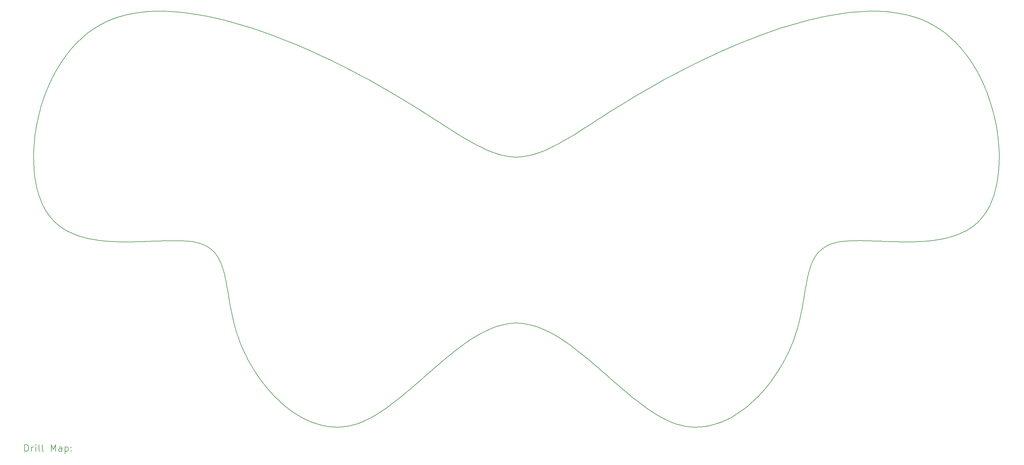
<source format=gbr>
%TF.GenerationSoftware,KiCad,Pcbnew,7.0.1-0*%
%TF.CreationDate,2023-05-23T19:42:20-04:00*%
%TF.ProjectId,plate,706c6174-652e-46b6-9963-61645f706362,rev?*%
%TF.SameCoordinates,Original*%
%TF.FileFunction,Drillmap*%
%TF.FilePolarity,Positive*%
%FSLAX45Y45*%
G04 Gerber Fmt 4.5, Leading zero omitted, Abs format (unit mm)*
G04 Created by KiCad (PCBNEW 7.0.1-0) date 2023-05-23 19:42:20*
%MOMM*%
%LPD*%
G01*
G04 APERTURE LIST*
%ADD10C,0.200000*%
G04 APERTURE END LIST*
D10*
X20998992Y-17747393D02*
X21149691Y-17754569D01*
X21300370Y-17775544D01*
X21451013Y-17809494D01*
X21601600Y-17855594D01*
X21752114Y-17913018D01*
X21902536Y-17980944D01*
X22052848Y-18058544D01*
X22203032Y-18144995D01*
X22353070Y-18239473D01*
X22502942Y-18341151D01*
X22652632Y-18449206D01*
X22802121Y-18562813D01*
X22951390Y-18681146D01*
X23100422Y-18803382D01*
X23249198Y-18928695D01*
X23397700Y-19056260D01*
X23545910Y-19185253D01*
X23693809Y-19314849D01*
X23841379Y-19444223D01*
X23988603Y-19572551D01*
X24135461Y-19699008D01*
X24281936Y-19822768D01*
X24428009Y-19943007D01*
X24573662Y-20058901D01*
X24718877Y-20169624D01*
X24863636Y-20274353D01*
X25007920Y-20372261D01*
X25151711Y-20462524D01*
X25294992Y-20544318D01*
X25437743Y-20616817D01*
X25579946Y-20679198D01*
X25721584Y-20730634D01*
X33144826Y-8847498D02*
X32950009Y-8763197D01*
X32747209Y-8692541D01*
X32536911Y-8635054D01*
X32319605Y-8590258D01*
X32095775Y-8557677D01*
X31865910Y-8536833D01*
X31630497Y-8527250D01*
X31390022Y-8528450D01*
X31144972Y-8539956D01*
X30895835Y-8561292D01*
X30643097Y-8591980D01*
X30387246Y-8631543D01*
X30128768Y-8679504D01*
X29868151Y-8735386D01*
X29605881Y-8798713D01*
X29342445Y-8869006D01*
X29078331Y-8945790D01*
X28814026Y-9028587D01*
X28550016Y-9116919D01*
X28286788Y-9210311D01*
X28024830Y-9308284D01*
X27764629Y-9410363D01*
X27506671Y-9516069D01*
X27251443Y-9624926D01*
X26999433Y-9736456D01*
X26751128Y-9850184D01*
X26507014Y-9965631D01*
X26267578Y-10082320D01*
X26033308Y-10199776D01*
X25804691Y-10317520D01*
X25582213Y-10435075D01*
X25366362Y-10551965D01*
X11579630Y-15374173D02*
X11674209Y-15401877D01*
X11761055Y-15435304D01*
X11840581Y-15474292D01*
X11913202Y-15518680D01*
X11979334Y-15568309D01*
X12039389Y-15623017D01*
X12093784Y-15682643D01*
X12142932Y-15747028D01*
X12187248Y-15816010D01*
X12227147Y-15889428D01*
X12263043Y-15967122D01*
X12295352Y-16048932D01*
X12324486Y-16134696D01*
X12350862Y-16224254D01*
X12374894Y-16317445D01*
X12396995Y-16414109D01*
X12417582Y-16514085D01*
X12437068Y-16617212D01*
X12455868Y-16723329D01*
X12474396Y-16832276D01*
X12493068Y-16943892D01*
X12512297Y-17058017D01*
X12532499Y-17174489D01*
X12554088Y-17293149D01*
X12577478Y-17413834D01*
X12603084Y-17536386D01*
X12631321Y-17660642D01*
X12662603Y-17786443D01*
X12697345Y-17913628D01*
X12735962Y-18042036D01*
X12778867Y-18171505D01*
X12826476Y-18301877D01*
X12826476Y-18301877D02*
X12879110Y-18432951D01*
X12936720Y-18564374D01*
X12999165Y-18695756D01*
X13066303Y-18826706D01*
X13137992Y-18956832D01*
X13214090Y-19085745D01*
X13294457Y-19213052D01*
X13378949Y-19338363D01*
X13467427Y-19461287D01*
X13559747Y-19581434D01*
X13655769Y-19698411D01*
X13755351Y-19811829D01*
X13858350Y-19921296D01*
X13964626Y-20026422D01*
X14074037Y-20126815D01*
X14186442Y-20222085D01*
X14301697Y-20311840D01*
X14419663Y-20395690D01*
X14540197Y-20473243D01*
X14663158Y-20544110D01*
X14788404Y-20607898D01*
X14915793Y-20664218D01*
X15045184Y-20712677D01*
X15176436Y-20752885D01*
X15309405Y-20784452D01*
X15443952Y-20806986D01*
X15579934Y-20820096D01*
X15717209Y-20823391D01*
X15855636Y-20816481D01*
X15995074Y-20798974D01*
X16135380Y-20770480D01*
X16276414Y-20730608D01*
X25721584Y-20730634D02*
X25862616Y-20770504D01*
X26002922Y-20798996D01*
X26142359Y-20816501D01*
X26280785Y-20823409D01*
X26418060Y-20820112D01*
X26554041Y-20807001D01*
X26688587Y-20784466D01*
X26821555Y-20752898D01*
X26952806Y-20712688D01*
X27082196Y-20664228D01*
X27209584Y-20607908D01*
X27334829Y-20544119D01*
X27457789Y-20473252D01*
X27578323Y-20395698D01*
X27696287Y-20311847D01*
X27811542Y-20222092D01*
X27923946Y-20126822D01*
X28033356Y-20026429D01*
X28139631Y-19921303D01*
X28242630Y-19811836D01*
X28342210Y-19698418D01*
X28438231Y-19581440D01*
X28530550Y-19461294D01*
X28619026Y-19338370D01*
X28703517Y-19213059D01*
X28783882Y-19085752D01*
X28859979Y-18956840D01*
X28931667Y-18826714D01*
X28998803Y-18695765D01*
X29061246Y-18564383D01*
X29118854Y-18432960D01*
X29171487Y-18301887D01*
X16276414Y-20730608D02*
X16418053Y-20679169D01*
X16560257Y-20616787D01*
X16703008Y-20544286D01*
X16846289Y-20462491D01*
X16990080Y-20372226D01*
X17134364Y-20274317D01*
X17279123Y-20169589D01*
X17424338Y-20058865D01*
X17569991Y-19942971D01*
X17716063Y-19822732D01*
X17862537Y-19698972D01*
X18009395Y-19572516D01*
X18156618Y-19444188D01*
X18304187Y-19314815D01*
X18452085Y-19185220D01*
X18600294Y-19056228D01*
X18748795Y-18928664D01*
X18897570Y-18803352D01*
X19046601Y-18681118D01*
X19195869Y-18562786D01*
X19345357Y-18449182D01*
X19495046Y-18341129D01*
X19644918Y-18239452D01*
X19794955Y-18144977D01*
X19945138Y-18058528D01*
X20095449Y-17980929D01*
X20245871Y-17913007D01*
X20396384Y-17855584D01*
X20546971Y-17809487D01*
X20697614Y-17775539D01*
X20848293Y-17754566D01*
X20998992Y-17747393D01*
X30418311Y-15374146D02*
X30520882Y-15352203D01*
X30631068Y-15335582D01*
X30748338Y-15323721D01*
X30872160Y-15316059D01*
X31002001Y-15312035D01*
X31137329Y-15311086D01*
X31277613Y-15312652D01*
X31422321Y-15316172D01*
X31570920Y-15321084D01*
X31722879Y-15326826D01*
X31877665Y-15332837D01*
X32034747Y-15338557D01*
X32193592Y-15343423D01*
X32353669Y-15346874D01*
X32514445Y-15348349D01*
X32675389Y-15347287D01*
X32835969Y-15343126D01*
X32995652Y-15335304D01*
X33153907Y-15323261D01*
X33310202Y-15306434D01*
X33464004Y-15284264D01*
X33614782Y-15256187D01*
X33762004Y-15221644D01*
X33905137Y-15180072D01*
X34043650Y-15130910D01*
X34177011Y-15073597D01*
X34304688Y-15007572D01*
X34426148Y-14932272D01*
X34540860Y-14847137D01*
X34648291Y-14751606D01*
X34747911Y-14645117D01*
X34839186Y-14527108D01*
X8853140Y-8847485D02*
X8666713Y-8945692D01*
X8488771Y-9057204D01*
X8319326Y-9181201D01*
X8158392Y-9316864D01*
X8005980Y-9463375D01*
X7862103Y-9619914D01*
X7726775Y-9785663D01*
X7600007Y-9959802D01*
X7481813Y-10141514D01*
X7372204Y-10329978D01*
X7271195Y-10524377D01*
X7178796Y-10723891D01*
X7095022Y-10927701D01*
X7019884Y-11134989D01*
X6953396Y-11344935D01*
X6895569Y-11556721D01*
X6846417Y-11769527D01*
X6805952Y-11982536D01*
X6774187Y-12194927D01*
X6751135Y-12405883D01*
X6736808Y-12614584D01*
X6731219Y-12820211D01*
X6734380Y-13021946D01*
X6746304Y-13218969D01*
X6767004Y-13410462D01*
X6796493Y-13595605D01*
X6834782Y-13773581D01*
X6881886Y-13943569D01*
X6937816Y-14104752D01*
X7002585Y-14256310D01*
X7076206Y-14397424D01*
X7158691Y-14527276D01*
X34839186Y-14527108D02*
X34921675Y-14397249D01*
X34995300Y-14256130D01*
X35060073Y-14104569D01*
X35116007Y-13943385D01*
X35163114Y-13773396D01*
X35201407Y-13595422D01*
X35230899Y-13410282D01*
X35251602Y-13218793D01*
X35263530Y-13021776D01*
X35266694Y-12820048D01*
X35261108Y-12614428D01*
X35246784Y-12405736D01*
X35223734Y-12194789D01*
X35191972Y-11982408D01*
X35151510Y-11769409D01*
X35102360Y-11556613D01*
X35044536Y-11344838D01*
X34978050Y-11134903D01*
X34902915Y-10927626D01*
X34819143Y-10723827D01*
X34726747Y-10524324D01*
X34625739Y-10329935D01*
X34516133Y-10141481D01*
X34397941Y-9959778D01*
X34271176Y-9785647D01*
X34135849Y-9619906D01*
X33991975Y-9463373D01*
X33839566Y-9316868D01*
X33678633Y-9181209D01*
X33509190Y-9057216D01*
X33331251Y-8945706D01*
X33144826Y-8847498D01*
X16631654Y-10551981D02*
X16415803Y-10435090D01*
X16193325Y-10317533D01*
X15964707Y-10199789D01*
X15730437Y-10082332D01*
X15491000Y-9965641D01*
X15246886Y-9850193D01*
X14998579Y-9736465D01*
X14746568Y-9624933D01*
X14491340Y-9516075D01*
X14233381Y-9410368D01*
X13973178Y-9308289D01*
X13711218Y-9210314D01*
X13447989Y-9116922D01*
X13183978Y-9028588D01*
X12919671Y-8945790D01*
X12655555Y-8869006D01*
X12392118Y-8798711D01*
X12129846Y-8735384D01*
X11869226Y-8679500D01*
X11610747Y-8631538D01*
X11354893Y-8591974D01*
X11102154Y-8561286D01*
X10853014Y-8539949D01*
X10607962Y-8528442D01*
X10367485Y-8527241D01*
X10132069Y-8536824D01*
X9902202Y-8557667D01*
X9678371Y-8590247D01*
X9461062Y-8635042D01*
X9250762Y-8692529D01*
X9047960Y-8763184D01*
X8853140Y-8847485D01*
X25366362Y-10551965D02*
X25157507Y-10667765D01*
X24955545Y-10782267D01*
X24760253Y-10895313D01*
X24571410Y-11006748D01*
X24388792Y-11116416D01*
X24212178Y-11224161D01*
X24041345Y-11329828D01*
X23876071Y-11433260D01*
X23716133Y-11534302D01*
X23561309Y-11632797D01*
X23411377Y-11728591D01*
X23266114Y-11821526D01*
X23125298Y-11911448D01*
X22988707Y-11998199D01*
X22856118Y-12081625D01*
X22727309Y-12161570D01*
X22602058Y-12237877D01*
X22480142Y-12310391D01*
X22361339Y-12378956D01*
X22245426Y-12443415D01*
X22132181Y-12503614D01*
X22021383Y-12559396D01*
X21912808Y-12610605D01*
X21806234Y-12657086D01*
X21701438Y-12698682D01*
X21598199Y-12735239D01*
X21496295Y-12766598D01*
X21395502Y-12792606D01*
X21295598Y-12813106D01*
X21196362Y-12827942D01*
X21097570Y-12836959D01*
X20999000Y-12840000D01*
X20999000Y-12840000D02*
X20900430Y-12836961D01*
X20801639Y-12827947D01*
X20702402Y-12813113D01*
X20602499Y-12792615D01*
X20501706Y-12766609D01*
X20399802Y-12735251D01*
X20296564Y-12698696D01*
X20191769Y-12657101D01*
X20085196Y-12610622D01*
X19976621Y-12559414D01*
X19865823Y-12503633D01*
X19752579Y-12443435D01*
X19636668Y-12378976D01*
X19517865Y-12310412D01*
X19395950Y-12237899D01*
X19270699Y-12161592D01*
X19141891Y-12081648D01*
X19009303Y-11998222D01*
X18872713Y-11911470D01*
X18731897Y-11821549D01*
X18586635Y-11728613D01*
X18436704Y-11632820D01*
X18281881Y-11534324D01*
X18121943Y-11433282D01*
X17956669Y-11329849D01*
X17785837Y-11224182D01*
X17609223Y-11116436D01*
X17426606Y-11006767D01*
X17237763Y-10895331D01*
X17042471Y-10782285D01*
X16840509Y-10667782D01*
X16631654Y-10551981D01*
X7158691Y-14527276D02*
X7249962Y-14645277D01*
X7349579Y-14751758D01*
X7457008Y-14847282D01*
X7571719Y-14932409D01*
X7693179Y-15007702D01*
X7820856Y-15073720D01*
X7954217Y-15131026D01*
X8092732Y-15180182D01*
X8235867Y-15221748D01*
X8383092Y-15256285D01*
X8533873Y-15284356D01*
X8687679Y-15306521D01*
X8843977Y-15323342D01*
X9002236Y-15335381D01*
X9161923Y-15343198D01*
X9322508Y-15347354D01*
X9483456Y-15348413D01*
X9644237Y-15346934D01*
X9804318Y-15343479D01*
X9963168Y-15338609D01*
X10120254Y-15332886D01*
X10275044Y-15326871D01*
X10427007Y-15321126D01*
X10575609Y-15316212D01*
X10720320Y-15312690D01*
X10860607Y-15311121D01*
X10995938Y-15312068D01*
X11125780Y-15316091D01*
X11249603Y-15323751D01*
X11366873Y-15335611D01*
X11477060Y-15352231D01*
X11579630Y-15374173D01*
X29171487Y-18301887D02*
X29219094Y-18171516D01*
X29261998Y-18042046D01*
X29300612Y-17913639D01*
X29335352Y-17786454D01*
X29366633Y-17660653D01*
X29394868Y-17536395D01*
X29420473Y-17413843D01*
X29443861Y-17293156D01*
X29465448Y-17174496D01*
X29485649Y-17058022D01*
X29504877Y-16943897D01*
X29523547Y-16832279D01*
X29542074Y-16723330D01*
X29560873Y-16617212D01*
X29580358Y-16514083D01*
X29600944Y-16414106D01*
X29623045Y-16317440D01*
X29647075Y-16224247D01*
X29673450Y-16134688D01*
X29702585Y-16048922D01*
X29734892Y-15967110D01*
X29770789Y-15889414D01*
X29810687Y-15815994D01*
X29855004Y-15747011D01*
X29904152Y-15682625D01*
X29958547Y-15622997D01*
X30018603Y-15568287D01*
X30084735Y-15518657D01*
X30157357Y-15474268D01*
X30236884Y-15435279D01*
X30323730Y-15401851D01*
X30418311Y-15374146D01*
X6469147Y-21540514D02*
X6469147Y-21340514D01*
X6469147Y-21340514D02*
X6516766Y-21340514D01*
X6516766Y-21340514D02*
X6545338Y-21350038D01*
X6545338Y-21350038D02*
X6564385Y-21369085D01*
X6564385Y-21369085D02*
X6573909Y-21388133D01*
X6573909Y-21388133D02*
X6583433Y-21426228D01*
X6583433Y-21426228D02*
X6583433Y-21454800D01*
X6583433Y-21454800D02*
X6573909Y-21492895D01*
X6573909Y-21492895D02*
X6564385Y-21511942D01*
X6564385Y-21511942D02*
X6545338Y-21530990D01*
X6545338Y-21530990D02*
X6516766Y-21540514D01*
X6516766Y-21540514D02*
X6469147Y-21540514D01*
X6669147Y-21540514D02*
X6669147Y-21407180D01*
X6669147Y-21445276D02*
X6678671Y-21426228D01*
X6678671Y-21426228D02*
X6688195Y-21416704D01*
X6688195Y-21416704D02*
X6707242Y-21407180D01*
X6707242Y-21407180D02*
X6726290Y-21407180D01*
X6792957Y-21540514D02*
X6792957Y-21407180D01*
X6792957Y-21340514D02*
X6783433Y-21350038D01*
X6783433Y-21350038D02*
X6792957Y-21359561D01*
X6792957Y-21359561D02*
X6802481Y-21350038D01*
X6802481Y-21350038D02*
X6792957Y-21340514D01*
X6792957Y-21340514D02*
X6792957Y-21359561D01*
X6916766Y-21540514D02*
X6897719Y-21530990D01*
X6897719Y-21530990D02*
X6888195Y-21511942D01*
X6888195Y-21511942D02*
X6888195Y-21340514D01*
X7021528Y-21540514D02*
X7002481Y-21530990D01*
X7002481Y-21530990D02*
X6992957Y-21511942D01*
X6992957Y-21511942D02*
X6992957Y-21340514D01*
X7250100Y-21540514D02*
X7250100Y-21340514D01*
X7250100Y-21340514D02*
X7316766Y-21483371D01*
X7316766Y-21483371D02*
X7383433Y-21340514D01*
X7383433Y-21340514D02*
X7383433Y-21540514D01*
X7564385Y-21540514D02*
X7564385Y-21435752D01*
X7564385Y-21435752D02*
X7554862Y-21416704D01*
X7554862Y-21416704D02*
X7535814Y-21407180D01*
X7535814Y-21407180D02*
X7497719Y-21407180D01*
X7497719Y-21407180D02*
X7478671Y-21416704D01*
X7564385Y-21530990D02*
X7545338Y-21540514D01*
X7545338Y-21540514D02*
X7497719Y-21540514D01*
X7497719Y-21540514D02*
X7478671Y-21530990D01*
X7478671Y-21530990D02*
X7469147Y-21511942D01*
X7469147Y-21511942D02*
X7469147Y-21492895D01*
X7469147Y-21492895D02*
X7478671Y-21473847D01*
X7478671Y-21473847D02*
X7497719Y-21464323D01*
X7497719Y-21464323D02*
X7545338Y-21464323D01*
X7545338Y-21464323D02*
X7564385Y-21454800D01*
X7659623Y-21407180D02*
X7659623Y-21607180D01*
X7659623Y-21416704D02*
X7678671Y-21407180D01*
X7678671Y-21407180D02*
X7716766Y-21407180D01*
X7716766Y-21407180D02*
X7735814Y-21416704D01*
X7735814Y-21416704D02*
X7745338Y-21426228D01*
X7745338Y-21426228D02*
X7754862Y-21445276D01*
X7754862Y-21445276D02*
X7754862Y-21502419D01*
X7754862Y-21502419D02*
X7745338Y-21521466D01*
X7745338Y-21521466D02*
X7735814Y-21530990D01*
X7735814Y-21530990D02*
X7716766Y-21540514D01*
X7716766Y-21540514D02*
X7678671Y-21540514D01*
X7678671Y-21540514D02*
X7659623Y-21530990D01*
X7840576Y-21521466D02*
X7850100Y-21530990D01*
X7850100Y-21530990D02*
X7840576Y-21540514D01*
X7840576Y-21540514D02*
X7831052Y-21530990D01*
X7831052Y-21530990D02*
X7840576Y-21521466D01*
X7840576Y-21521466D02*
X7840576Y-21540514D01*
X7840576Y-21416704D02*
X7850100Y-21426228D01*
X7850100Y-21426228D02*
X7840576Y-21435752D01*
X7840576Y-21435752D02*
X7831052Y-21426228D01*
X7831052Y-21426228D02*
X7840576Y-21416704D01*
X7840576Y-21416704D02*
X7840576Y-21435752D01*
M02*

</source>
